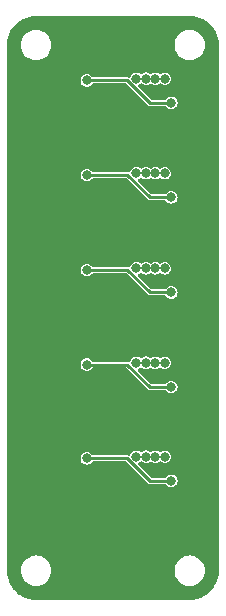
<source format=gbr>
%TF.GenerationSoftware,KiCad,Pcbnew,7.0.7*%
%TF.CreationDate,2024-05-08T01:14:44-04:00*%
%TF.ProjectId,PSU-Plus,5053552d-506c-4757-932e-6b696361645f,rev?*%
%TF.SameCoordinates,Original*%
%TF.FileFunction,Copper,L2,Bot*%
%TF.FilePolarity,Positive*%
%FSLAX46Y46*%
G04 Gerber Fmt 4.6, Leading zero omitted, Abs format (unit mm)*
G04 Created by KiCad (PCBNEW 7.0.7) date 2024-05-08 01:14:44*
%MOMM*%
%LPD*%
G01*
G04 APERTURE LIST*
%TA.AperFunction,ViaPad*%
%ADD10C,0.800000*%
%TD*%
%TA.AperFunction,Conductor*%
%ADD11C,0.250000*%
%TD*%
G04 APERTURE END LIST*
D10*
%TO.N,Net-(C1-Pad1)*%
X171750000Y-137950000D03*
X178900000Y-139850000D03*
%TO.N,GND*%
X167050000Y-106700000D03*
X171550000Y-117450000D03*
X177550000Y-141650000D03*
X169150000Y-109450000D03*
X167050000Y-131700000D03*
X172350000Y-109450000D03*
X177550000Y-109650000D03*
X166050000Y-131700000D03*
X175950000Y-108850000D03*
X167050000Y-130700000D03*
X169150000Y-125500000D03*
X169150000Y-117450000D03*
X167050000Y-114650000D03*
X177550000Y-124900000D03*
X166050000Y-115650000D03*
X172850000Y-126150000D03*
X178350000Y-125700000D03*
X176750000Y-108850000D03*
X170800000Y-141400000D03*
X177550000Y-133700000D03*
X170000000Y-141400000D03*
X178350000Y-116850000D03*
X167050000Y-123700000D03*
X176750000Y-116850000D03*
X169150000Y-133500000D03*
X166050000Y-123700000D03*
X171200000Y-147850000D03*
X171550000Y-109450000D03*
X172900000Y-142050000D03*
X167050000Y-138700000D03*
X176750000Y-140850000D03*
X178350000Y-133700000D03*
X175950000Y-124900000D03*
X166050000Y-138700000D03*
X177550000Y-132900000D03*
X172200000Y-147850000D03*
X175950000Y-132900000D03*
X169950000Y-117450000D03*
X171550000Y-125500000D03*
X169200000Y-141400000D03*
X172350000Y-117450000D03*
X171550000Y-133500000D03*
X167050000Y-107700000D03*
X171600000Y-141400000D03*
X175950000Y-140850000D03*
X172350000Y-133500000D03*
X169950000Y-125500000D03*
X166050000Y-106700000D03*
X178350000Y-109650000D03*
X177550000Y-117650000D03*
X167050000Y-139700000D03*
X178350000Y-140850000D03*
X166050000Y-130700000D03*
X172850000Y-110100000D03*
X167050000Y-115650000D03*
X177550000Y-140850000D03*
X170750000Y-109450000D03*
X166050000Y-114650000D03*
X171200000Y-148850000D03*
X172850000Y-118100000D03*
X170750000Y-133500000D03*
X178350000Y-117650000D03*
X177550000Y-108850000D03*
X166050000Y-139700000D03*
X177550000Y-125700000D03*
X178350000Y-124900000D03*
X170750000Y-117450000D03*
X178350000Y-108850000D03*
X166050000Y-107700000D03*
X176750000Y-124900000D03*
X177550000Y-116850000D03*
X169950000Y-133500000D03*
X172350000Y-125500000D03*
X175950000Y-116850000D03*
X167050000Y-122700000D03*
X178350000Y-132900000D03*
X166050000Y-122700000D03*
X176750000Y-132900000D03*
X170750000Y-125500000D03*
X178350000Y-141650000D03*
X172850000Y-134150000D03*
X169950000Y-109450000D03*
X172400000Y-141400000D03*
X172200000Y-148850000D03*
%TO.N,VIN*%
X177550000Y-129850000D03*
X176750000Y-129850000D03*
X177550000Y-113800000D03*
X175950000Y-137800000D03*
X176750000Y-113800000D03*
X177550000Y-137800000D03*
X175950000Y-113800000D03*
X178350000Y-113800000D03*
X175950000Y-129850000D03*
X178350000Y-129850000D03*
X178350000Y-137800000D03*
X176750000Y-137800000D03*
%TO.N,Net-(C5-Pad1)*%
X178900000Y-131900000D03*
X171750000Y-130000000D03*
%TO.N,Net-(C9-Pad1)*%
X178900000Y-123900000D03*
X171750000Y-122000000D03*
%TO.N,Net-(C13-Pad1)*%
X178900000Y-115850000D03*
X171750000Y-113950000D03*
%TO.N,Net-(C17-Pad1)*%
X171750000Y-105950000D03*
X178900000Y-107850000D03*
%TO.N,Net-(C10-Pad2)*%
X178350000Y-121850000D03*
X175950000Y-121850000D03*
X177550000Y-121850000D03*
X176750000Y-121850000D03*
%TO.N,Net-(C18-Pad2)*%
X175950000Y-105800000D03*
X178350000Y-105800000D03*
X177550000Y-105800000D03*
X176750000Y-105800000D03*
%TD*%
D11*
%TO.N,Net-(C1-Pad1)*%
X177077932Y-139850000D02*
X178900000Y-139850000D01*
X171750000Y-137950000D02*
X175177932Y-137950000D01*
X175177932Y-137950000D02*
X177077932Y-139850000D01*
%TO.N,Net-(C5-Pad1)*%
X175177932Y-130000000D02*
X177077932Y-131900000D01*
X171750000Y-130000000D02*
X175177932Y-130000000D01*
X177077932Y-131900000D02*
X178900000Y-131900000D01*
%TO.N,Net-(C9-Pad1)*%
X171750000Y-122000000D02*
X175177932Y-122000000D01*
X177077932Y-123900000D02*
X178900000Y-123900000D01*
X175177932Y-122000000D02*
X177077932Y-123900000D01*
%TO.N,Net-(C13-Pad1)*%
X175177932Y-113950000D02*
X177077932Y-115850000D01*
X171750000Y-113950000D02*
X175177932Y-113950000D01*
X177077932Y-115850000D02*
X178900000Y-115850000D01*
%TO.N,Net-(C17-Pad1)*%
X175177932Y-105950000D02*
X177077932Y-107850000D01*
X177077932Y-107850000D02*
X178900000Y-107850000D01*
X171750000Y-105950000D02*
X175177932Y-105950000D01*
%TD*%
%TA.AperFunction,Conductor*%
%TO.N,GND*%
G36*
X180451900Y-100475614D02*
G01*
X180744470Y-100493312D01*
X180752012Y-100494228D01*
X181038449Y-100546719D01*
X181045822Y-100548536D01*
X181323837Y-100635169D01*
X181330941Y-100637864D01*
X181596479Y-100757373D01*
X181603216Y-100760910D01*
X181852411Y-100911552D01*
X181858671Y-100915872D01*
X182087423Y-101095088D01*
X182087899Y-101095461D01*
X182093589Y-101100502D01*
X182299496Y-101306409D01*
X182304538Y-101312100D01*
X182483900Y-101541039D01*
X182484121Y-101541320D01*
X182488447Y-101547588D01*
X182639089Y-101796783D01*
X182642628Y-101803525D01*
X182717181Y-101969175D01*
X182762131Y-102069048D01*
X182764831Y-102076167D01*
X182851461Y-102354172D01*
X182853284Y-102361566D01*
X182905770Y-102647980D01*
X182906688Y-102655539D01*
X182924385Y-102948096D01*
X182924500Y-102951901D01*
X182924500Y-147448097D01*
X182924385Y-147451902D01*
X182906688Y-147744460D01*
X182905770Y-147752019D01*
X182853284Y-148038433D01*
X182851461Y-148045827D01*
X182764831Y-148323832D01*
X182762131Y-148330951D01*
X182642628Y-148596474D01*
X182639089Y-148603216D01*
X182488447Y-148852411D01*
X182484121Y-148858679D01*
X182304538Y-149087899D01*
X182299489Y-149093598D01*
X182093598Y-149299489D01*
X182087899Y-149304538D01*
X181858679Y-149484121D01*
X181852411Y-149488447D01*
X181603216Y-149639089D01*
X181596474Y-149642628D01*
X181330951Y-149762131D01*
X181323832Y-149764831D01*
X181045827Y-149851461D01*
X181038433Y-149853284D01*
X180752019Y-149905770D01*
X180744460Y-149906688D01*
X180489453Y-149922113D01*
X180451900Y-149924385D01*
X180448097Y-149924500D01*
X167451903Y-149924500D01*
X167448099Y-149924385D01*
X167403724Y-149921700D01*
X167155539Y-149906688D01*
X167147980Y-149905770D01*
X166965862Y-149872396D01*
X166861562Y-149853283D01*
X166854172Y-149851461D01*
X166576167Y-149764831D01*
X166569048Y-149762131D01*
X166303525Y-149642628D01*
X166296783Y-149639089D01*
X166047588Y-149488447D01*
X166041325Y-149484124D01*
X165812100Y-149304538D01*
X165806409Y-149299496D01*
X165600502Y-149093589D01*
X165595461Y-149087899D01*
X165534721Y-149010370D01*
X165415872Y-148858671D01*
X165411552Y-148852411D01*
X165260910Y-148603216D01*
X165257371Y-148596474D01*
X165240431Y-148558835D01*
X165137864Y-148330941D01*
X165135168Y-148323832D01*
X165119330Y-148273007D01*
X165048536Y-148045822D01*
X165046719Y-148038449D01*
X164994228Y-147752012D01*
X164993312Y-147744470D01*
X164975614Y-147451900D01*
X164975557Y-147450000D01*
X166169628Y-147450000D01*
X166189080Y-147672334D01*
X166220034Y-147787859D01*
X166246843Y-147887911D01*
X166246845Y-147887916D01*
X166317032Y-148038433D01*
X166341165Y-148090186D01*
X166469178Y-148273007D01*
X166626993Y-148430822D01*
X166809814Y-148558835D01*
X167012087Y-148653156D01*
X167227666Y-148710920D01*
X167450000Y-148730372D01*
X167672334Y-148710920D01*
X167887913Y-148653156D01*
X168090186Y-148558835D01*
X168273007Y-148430822D01*
X168430822Y-148273007D01*
X168558835Y-148090186D01*
X168653156Y-147887913D01*
X168710920Y-147672334D01*
X168730372Y-147450000D01*
X179169628Y-147450000D01*
X179189080Y-147672334D01*
X179220034Y-147787859D01*
X179246843Y-147887911D01*
X179246845Y-147887916D01*
X179317032Y-148038433D01*
X179341165Y-148090186D01*
X179469178Y-148273007D01*
X179626993Y-148430822D01*
X179809814Y-148558835D01*
X180012087Y-148653156D01*
X180227666Y-148710920D01*
X180450000Y-148730372D01*
X180672334Y-148710920D01*
X180887913Y-148653156D01*
X181090186Y-148558835D01*
X181273007Y-148430822D01*
X181430822Y-148273007D01*
X181558835Y-148090186D01*
X181653156Y-147887913D01*
X181710920Y-147672334D01*
X181730372Y-147450000D01*
X181710920Y-147227666D01*
X181653156Y-147012087D01*
X181558835Y-146809814D01*
X181430822Y-146626993D01*
X181273007Y-146469178D01*
X181090186Y-146341165D01*
X181090185Y-146341164D01*
X180887916Y-146246845D01*
X180887911Y-146246843D01*
X180787860Y-146220034D01*
X180672334Y-146189080D01*
X180450000Y-146169628D01*
X180449999Y-146169628D01*
X180338833Y-146179354D01*
X180227666Y-146189080D01*
X180169902Y-146204557D01*
X180012088Y-146246843D01*
X180012083Y-146246845D01*
X179809813Y-146341165D01*
X179626996Y-146469175D01*
X179626990Y-146469180D01*
X179469180Y-146626990D01*
X179469175Y-146626996D01*
X179341165Y-146809813D01*
X179246845Y-147012083D01*
X179246843Y-147012088D01*
X179204557Y-147169903D01*
X179189080Y-147227666D01*
X179169628Y-147450000D01*
X168730372Y-147450000D01*
X168710920Y-147227666D01*
X168653156Y-147012087D01*
X168558835Y-146809814D01*
X168430822Y-146626993D01*
X168273007Y-146469178D01*
X168090186Y-146341165D01*
X168090185Y-146341164D01*
X167887916Y-146246845D01*
X167887911Y-146246843D01*
X167787860Y-146220034D01*
X167672334Y-146189080D01*
X167450000Y-146169628D01*
X167227666Y-146189080D01*
X167169903Y-146204557D01*
X167012088Y-146246843D01*
X167012083Y-146246845D01*
X166809813Y-146341165D01*
X166626996Y-146469175D01*
X166626990Y-146469180D01*
X166469180Y-146626990D01*
X166469175Y-146626996D01*
X166341165Y-146809813D01*
X166246845Y-147012083D01*
X166246843Y-147012088D01*
X166204557Y-147169903D01*
X166189080Y-147227666D01*
X166169628Y-147450000D01*
X164975557Y-147450000D01*
X164975500Y-147448097D01*
X164975500Y-137950000D01*
X171217948Y-137950000D01*
X171236077Y-138087705D01*
X171289226Y-138216022D01*
X171289228Y-138216025D01*
X171289229Y-138216026D01*
X171373782Y-138326218D01*
X171483974Y-138410771D01*
X171483977Y-138410773D01*
X171555114Y-138440238D01*
X171612295Y-138463923D01*
X171750000Y-138482052D01*
X171887705Y-138463923D01*
X171983239Y-138424351D01*
X172016022Y-138410773D01*
X172016022Y-138410772D01*
X172016026Y-138410771D01*
X172126218Y-138326218D01*
X172183324Y-138251794D01*
X172240661Y-138209929D01*
X172283286Y-138202500D01*
X175021153Y-138202500D01*
X175089274Y-138222502D01*
X175110248Y-138239405D01*
X176873021Y-140002178D01*
X176888690Y-140021270D01*
X176895888Y-140032042D01*
X176895889Y-140032043D01*
X176979411Y-140087850D01*
X176994717Y-140090894D01*
X177077930Y-140107448D01*
X177077932Y-140107448D01*
X177077933Y-140107448D01*
X177090637Y-140104921D01*
X177115218Y-140102500D01*
X178366714Y-140102500D01*
X178434835Y-140122502D01*
X178466674Y-140151793D01*
X178523782Y-140226218D01*
X178633974Y-140310771D01*
X178633977Y-140310773D01*
X178706331Y-140340742D01*
X178762295Y-140363923D01*
X178900000Y-140382052D01*
X179037705Y-140363923D01*
X179133239Y-140324351D01*
X179166022Y-140310773D01*
X179166022Y-140310772D01*
X179166026Y-140310771D01*
X179276218Y-140226218D01*
X179360771Y-140116026D01*
X179413923Y-139987705D01*
X179432052Y-139850000D01*
X179413923Y-139712295D01*
X179366374Y-139597500D01*
X179360773Y-139583977D01*
X179360771Y-139583974D01*
X179276218Y-139473782D01*
X179166026Y-139389229D01*
X179166025Y-139389228D01*
X179166022Y-139389226D01*
X179037705Y-139336077D01*
X178900000Y-139317948D01*
X178762294Y-139336077D01*
X178633977Y-139389226D01*
X178523781Y-139473782D01*
X178523782Y-139473782D01*
X178466675Y-139548205D01*
X178409339Y-139590071D01*
X178366714Y-139597500D01*
X177234711Y-139597500D01*
X177166590Y-139577498D01*
X177145616Y-139560595D01*
X176087571Y-138502550D01*
X176053545Y-138440238D01*
X176058610Y-138369423D01*
X176101157Y-138312587D01*
X176128446Y-138297047D01*
X176174316Y-138278047D01*
X176216022Y-138260773D01*
X176216022Y-138260772D01*
X176216026Y-138260771D01*
X176273297Y-138216824D01*
X176339516Y-138191225D01*
X176409064Y-138205489D01*
X176426696Y-138216820D01*
X176472278Y-138251796D01*
X176483977Y-138260773D01*
X176556331Y-138290742D01*
X176612295Y-138313923D01*
X176750000Y-138332052D01*
X176887705Y-138313923D01*
X176983239Y-138274351D01*
X177016022Y-138260773D01*
X177016022Y-138260772D01*
X177016026Y-138260771D01*
X177073297Y-138216824D01*
X177139516Y-138191225D01*
X177209064Y-138205489D01*
X177226696Y-138216820D01*
X177272278Y-138251796D01*
X177283977Y-138260773D01*
X177356331Y-138290742D01*
X177412295Y-138313923D01*
X177550000Y-138332052D01*
X177687705Y-138313923D01*
X177783239Y-138274351D01*
X177816022Y-138260773D01*
X177816022Y-138260772D01*
X177816026Y-138260771D01*
X177873297Y-138216824D01*
X177939516Y-138191225D01*
X178009064Y-138205489D01*
X178026696Y-138216820D01*
X178072278Y-138251796D01*
X178083977Y-138260773D01*
X178156331Y-138290742D01*
X178212295Y-138313923D01*
X178350000Y-138332052D01*
X178487705Y-138313923D01*
X178583239Y-138274351D01*
X178616022Y-138260773D01*
X178616022Y-138260772D01*
X178616026Y-138260771D01*
X178726218Y-138176218D01*
X178810771Y-138066026D01*
X178863923Y-137937705D01*
X178882052Y-137800000D01*
X178863923Y-137662295D01*
X178827260Y-137573782D01*
X178810773Y-137533977D01*
X178810771Y-137533974D01*
X178726218Y-137423782D01*
X178616026Y-137339229D01*
X178616025Y-137339228D01*
X178616022Y-137339226D01*
X178487705Y-137286077D01*
X178350000Y-137267948D01*
X178212294Y-137286077D01*
X178083977Y-137339226D01*
X178026704Y-137383174D01*
X177960483Y-137408774D01*
X177890934Y-137394509D01*
X177873296Y-137383174D01*
X177816022Y-137339226D01*
X177687705Y-137286077D01*
X177550000Y-137267948D01*
X177412294Y-137286077D01*
X177283977Y-137339226D01*
X177226704Y-137383174D01*
X177160483Y-137408774D01*
X177090934Y-137394509D01*
X177073296Y-137383174D01*
X177016022Y-137339226D01*
X176887705Y-137286077D01*
X176750000Y-137267948D01*
X176612294Y-137286077D01*
X176483977Y-137339226D01*
X176426704Y-137383174D01*
X176360483Y-137408774D01*
X176290934Y-137394509D01*
X176273296Y-137383174D01*
X176216022Y-137339226D01*
X176087705Y-137286077D01*
X175950000Y-137267948D01*
X175812294Y-137286077D01*
X175683977Y-137339226D01*
X175573782Y-137423782D01*
X175489227Y-137533976D01*
X175443292Y-137644875D01*
X175398744Y-137700156D01*
X175331380Y-137722577D01*
X175278671Y-137713068D01*
X175276455Y-137712150D01*
X175261145Y-137709104D01*
X175194484Y-137695844D01*
X175177932Y-137692552D01*
X175177931Y-137692552D01*
X175165228Y-137695079D01*
X175140646Y-137697500D01*
X172283286Y-137697500D01*
X172215165Y-137677498D01*
X172183325Y-137648206D01*
X172126218Y-137573782D01*
X172016026Y-137489229D01*
X172016025Y-137489228D01*
X172016022Y-137489226D01*
X171887705Y-137436077D01*
X171750000Y-137417948D01*
X171612294Y-137436077D01*
X171483977Y-137489226D01*
X171373782Y-137573782D01*
X171289226Y-137683977D01*
X171236077Y-137812294D01*
X171217948Y-137949999D01*
X171217948Y-137950000D01*
X164975500Y-137950000D01*
X164975500Y-130000000D01*
X171217948Y-130000000D01*
X171236077Y-130137705D01*
X171289226Y-130266022D01*
X171289228Y-130266025D01*
X171289229Y-130266026D01*
X171373782Y-130376218D01*
X171483974Y-130460771D01*
X171483977Y-130460773D01*
X171555114Y-130490238D01*
X171612295Y-130513923D01*
X171750000Y-130532052D01*
X171887705Y-130513923D01*
X171983239Y-130474351D01*
X172016022Y-130460773D01*
X172016022Y-130460772D01*
X172016026Y-130460771D01*
X172126218Y-130376218D01*
X172183324Y-130301794D01*
X172240661Y-130259929D01*
X172283286Y-130252500D01*
X175021153Y-130252500D01*
X175089274Y-130272502D01*
X175110248Y-130289405D01*
X176873021Y-132052178D01*
X176888690Y-132071270D01*
X176895888Y-132082042D01*
X176895889Y-132082043D01*
X176979411Y-132137850D01*
X176994717Y-132140894D01*
X177077930Y-132157448D01*
X177077932Y-132157448D01*
X177077933Y-132157448D01*
X177090637Y-132154921D01*
X177115218Y-132152500D01*
X178366714Y-132152500D01*
X178434835Y-132172502D01*
X178466674Y-132201793D01*
X178523782Y-132276218D01*
X178633974Y-132360771D01*
X178633977Y-132360773D01*
X178706331Y-132390742D01*
X178762295Y-132413923D01*
X178881870Y-132429665D01*
X178899999Y-132432052D01*
X178899999Y-132432051D01*
X178900000Y-132432052D01*
X179037705Y-132413923D01*
X179133239Y-132374351D01*
X179166022Y-132360773D01*
X179166022Y-132360772D01*
X179166026Y-132360771D01*
X179276218Y-132276218D01*
X179360771Y-132166026D01*
X179413923Y-132037705D01*
X179432052Y-131900000D01*
X179413923Y-131762295D01*
X179366374Y-131647500D01*
X179360773Y-131633977D01*
X179360771Y-131633974D01*
X179276218Y-131523782D01*
X179166026Y-131439229D01*
X179166025Y-131439228D01*
X179166022Y-131439226D01*
X179037705Y-131386077D01*
X178900000Y-131367948D01*
X178762294Y-131386077D01*
X178633977Y-131439226D01*
X178523782Y-131523781D01*
X178523782Y-131523782D01*
X178466675Y-131598205D01*
X178409339Y-131640071D01*
X178366714Y-131647500D01*
X177234711Y-131647500D01*
X177166590Y-131627498D01*
X177145616Y-131610595D01*
X176087571Y-130552550D01*
X176053545Y-130490238D01*
X176058610Y-130419423D01*
X176101157Y-130362587D01*
X176128446Y-130347047D01*
X176174316Y-130328047D01*
X176216022Y-130310773D01*
X176216022Y-130310772D01*
X176216026Y-130310771D01*
X176273297Y-130266824D01*
X176339516Y-130241225D01*
X176409064Y-130255489D01*
X176426696Y-130266820D01*
X176472278Y-130301796D01*
X176483977Y-130310773D01*
X176556331Y-130340742D01*
X176612295Y-130363923D01*
X176750000Y-130382052D01*
X176887705Y-130363923D01*
X176983239Y-130324351D01*
X177016022Y-130310773D01*
X177016022Y-130310772D01*
X177016026Y-130310771D01*
X177073297Y-130266824D01*
X177139516Y-130241225D01*
X177209064Y-130255489D01*
X177226696Y-130266820D01*
X177272278Y-130301796D01*
X177283977Y-130310773D01*
X177356331Y-130340742D01*
X177412295Y-130363923D01*
X177531869Y-130379665D01*
X177549999Y-130382052D01*
X177549999Y-130382051D01*
X177550000Y-130382052D01*
X177687705Y-130363923D01*
X177783239Y-130324351D01*
X177816022Y-130310773D01*
X177816022Y-130310772D01*
X177816026Y-130310771D01*
X177873297Y-130266824D01*
X177939516Y-130241225D01*
X178009064Y-130255489D01*
X178026696Y-130266820D01*
X178072278Y-130301796D01*
X178083977Y-130310773D01*
X178156331Y-130340742D01*
X178212295Y-130363923D01*
X178350000Y-130382052D01*
X178487705Y-130363923D01*
X178583239Y-130324351D01*
X178616022Y-130310773D01*
X178616022Y-130310772D01*
X178616026Y-130310771D01*
X178726218Y-130226218D01*
X178810771Y-130116026D01*
X178863923Y-129987705D01*
X178882052Y-129850000D01*
X178863923Y-129712295D01*
X178827260Y-129623782D01*
X178810773Y-129583977D01*
X178810771Y-129583974D01*
X178726218Y-129473782D01*
X178616026Y-129389229D01*
X178616025Y-129389228D01*
X178616022Y-129389226D01*
X178487705Y-129336077D01*
X178350000Y-129317948D01*
X178212294Y-129336077D01*
X178083977Y-129389226D01*
X178026704Y-129433174D01*
X177960483Y-129458774D01*
X177890934Y-129444509D01*
X177873296Y-129433174D01*
X177816022Y-129389226D01*
X177687705Y-129336077D01*
X177550000Y-129317948D01*
X177412294Y-129336077D01*
X177283977Y-129389226D01*
X177226704Y-129433174D01*
X177160483Y-129458774D01*
X177090934Y-129444509D01*
X177073296Y-129433174D01*
X177016022Y-129389226D01*
X176887705Y-129336077D01*
X176750000Y-129317948D01*
X176612294Y-129336077D01*
X176483977Y-129389226D01*
X176426704Y-129433174D01*
X176360483Y-129458774D01*
X176290934Y-129444509D01*
X176273296Y-129433174D01*
X176216022Y-129389226D01*
X176087705Y-129336077D01*
X175950000Y-129317948D01*
X175812294Y-129336077D01*
X175683977Y-129389226D01*
X175573782Y-129473782D01*
X175489227Y-129583976D01*
X175443292Y-129694875D01*
X175398744Y-129750156D01*
X175331380Y-129772577D01*
X175278671Y-129763068D01*
X175276455Y-129762150D01*
X175261145Y-129759104D01*
X175194484Y-129745844D01*
X175177932Y-129742552D01*
X175177931Y-129742552D01*
X175165228Y-129745079D01*
X175140646Y-129747500D01*
X172283286Y-129747500D01*
X172215165Y-129727498D01*
X172183325Y-129698206D01*
X172126218Y-129623782D01*
X172016026Y-129539229D01*
X172016025Y-129539228D01*
X172016022Y-129539226D01*
X171887705Y-129486077D01*
X171750000Y-129467948D01*
X171612294Y-129486077D01*
X171483977Y-129539226D01*
X171373782Y-129623782D01*
X171289226Y-129733977D01*
X171236077Y-129862294D01*
X171217948Y-129999999D01*
X171217948Y-130000000D01*
X164975500Y-130000000D01*
X164975500Y-122000000D01*
X171217948Y-122000000D01*
X171236077Y-122137705D01*
X171289226Y-122266022D01*
X171289228Y-122266025D01*
X171289229Y-122266026D01*
X171373782Y-122376218D01*
X171483974Y-122460771D01*
X171483977Y-122460773D01*
X171555114Y-122490238D01*
X171612295Y-122513923D01*
X171750000Y-122532052D01*
X171887705Y-122513923D01*
X171983239Y-122474351D01*
X172016022Y-122460773D01*
X172016022Y-122460772D01*
X172016026Y-122460771D01*
X172126218Y-122376218D01*
X172183324Y-122301794D01*
X172240661Y-122259929D01*
X172283286Y-122252500D01*
X175021153Y-122252500D01*
X175089274Y-122272502D01*
X175110248Y-122289405D01*
X176873021Y-124052178D01*
X176888690Y-124071270D01*
X176895888Y-124082042D01*
X176895889Y-124082043D01*
X176979411Y-124137850D01*
X176994717Y-124140894D01*
X177077930Y-124157448D01*
X177077932Y-124157448D01*
X177077933Y-124157448D01*
X177090637Y-124154921D01*
X177115218Y-124152500D01*
X178366714Y-124152500D01*
X178434835Y-124172502D01*
X178466674Y-124201793D01*
X178523782Y-124276218D01*
X178633974Y-124360771D01*
X178633977Y-124360773D01*
X178706331Y-124390742D01*
X178762295Y-124413923D01*
X178881870Y-124429665D01*
X178899999Y-124432052D01*
X178899999Y-124432051D01*
X178900000Y-124432052D01*
X179037705Y-124413923D01*
X179133239Y-124374351D01*
X179166022Y-124360773D01*
X179166022Y-124360772D01*
X179166026Y-124360771D01*
X179276218Y-124276218D01*
X179360771Y-124166026D01*
X179413923Y-124037705D01*
X179432052Y-123900000D01*
X179413923Y-123762295D01*
X179366374Y-123647500D01*
X179360773Y-123633977D01*
X179360771Y-123633974D01*
X179276218Y-123523782D01*
X179166026Y-123439229D01*
X179166025Y-123439228D01*
X179166022Y-123439226D01*
X179037705Y-123386077D01*
X178900000Y-123367948D01*
X178762294Y-123386077D01*
X178633977Y-123439226D01*
X178523782Y-123523781D01*
X178523782Y-123523782D01*
X178466675Y-123598205D01*
X178409339Y-123640071D01*
X178366714Y-123647500D01*
X177234711Y-123647500D01*
X177166590Y-123627498D01*
X177145616Y-123610595D01*
X176087571Y-122552550D01*
X176053545Y-122490238D01*
X176058610Y-122419423D01*
X176101157Y-122362587D01*
X176128446Y-122347047D01*
X176174316Y-122328047D01*
X176216022Y-122310773D01*
X176216022Y-122310772D01*
X176216026Y-122310771D01*
X176273297Y-122266824D01*
X176339516Y-122241225D01*
X176409064Y-122255489D01*
X176426696Y-122266820D01*
X176472278Y-122301796D01*
X176483977Y-122310773D01*
X176556331Y-122340742D01*
X176612295Y-122363923D01*
X176750000Y-122382052D01*
X176887705Y-122363923D01*
X176983239Y-122324351D01*
X177016022Y-122310773D01*
X177016022Y-122310772D01*
X177016026Y-122310771D01*
X177073297Y-122266824D01*
X177139516Y-122241225D01*
X177209064Y-122255489D01*
X177226696Y-122266820D01*
X177272278Y-122301796D01*
X177283977Y-122310773D01*
X177356331Y-122340742D01*
X177412295Y-122363923D01*
X177531869Y-122379665D01*
X177549999Y-122382052D01*
X177549999Y-122382051D01*
X177550000Y-122382052D01*
X177687705Y-122363923D01*
X177783239Y-122324351D01*
X177816022Y-122310773D01*
X177816022Y-122310772D01*
X177816026Y-122310771D01*
X177873297Y-122266824D01*
X177939516Y-122241225D01*
X178009064Y-122255489D01*
X178026696Y-122266820D01*
X178072278Y-122301796D01*
X178083977Y-122310773D01*
X178156331Y-122340742D01*
X178212295Y-122363923D01*
X178350000Y-122382052D01*
X178487705Y-122363923D01*
X178583239Y-122324351D01*
X178616022Y-122310773D01*
X178616022Y-122310772D01*
X178616026Y-122310771D01*
X178726218Y-122226218D01*
X178810771Y-122116026D01*
X178863923Y-121987705D01*
X178882052Y-121850000D01*
X178863923Y-121712295D01*
X178827260Y-121623782D01*
X178810773Y-121583977D01*
X178810771Y-121583974D01*
X178726218Y-121473782D01*
X178616026Y-121389229D01*
X178616025Y-121389228D01*
X178616022Y-121389226D01*
X178487705Y-121336077D01*
X178350000Y-121317948D01*
X178212294Y-121336077D01*
X178083977Y-121389226D01*
X178026704Y-121433174D01*
X177960483Y-121458774D01*
X177890934Y-121444509D01*
X177873296Y-121433174D01*
X177816022Y-121389226D01*
X177687705Y-121336077D01*
X177550000Y-121317948D01*
X177412294Y-121336077D01*
X177283977Y-121389226D01*
X177226704Y-121433174D01*
X177160483Y-121458774D01*
X177090934Y-121444509D01*
X177073296Y-121433174D01*
X177016022Y-121389226D01*
X176887705Y-121336077D01*
X176750000Y-121317948D01*
X176612294Y-121336077D01*
X176483977Y-121389226D01*
X176426704Y-121433174D01*
X176360483Y-121458774D01*
X176290934Y-121444509D01*
X176273296Y-121433174D01*
X176216022Y-121389226D01*
X176087705Y-121336077D01*
X175950000Y-121317948D01*
X175812294Y-121336077D01*
X175683977Y-121389226D01*
X175573782Y-121473782D01*
X175489227Y-121583976D01*
X175443292Y-121694875D01*
X175398744Y-121750156D01*
X175331380Y-121772577D01*
X175278671Y-121763068D01*
X175276455Y-121762150D01*
X175261145Y-121759104D01*
X175194484Y-121745844D01*
X175177932Y-121742552D01*
X175177931Y-121742552D01*
X175165228Y-121745079D01*
X175140646Y-121747500D01*
X172283286Y-121747500D01*
X172215165Y-121727498D01*
X172183325Y-121698206D01*
X172126218Y-121623782D01*
X172016026Y-121539229D01*
X172016025Y-121539228D01*
X172016022Y-121539226D01*
X171887705Y-121486077D01*
X171750000Y-121467948D01*
X171612294Y-121486077D01*
X171483977Y-121539226D01*
X171373782Y-121623782D01*
X171289226Y-121733977D01*
X171236077Y-121862294D01*
X171217948Y-121999999D01*
X171217948Y-122000000D01*
X164975500Y-122000000D01*
X164975500Y-113950000D01*
X171217948Y-113950000D01*
X171236077Y-114087705D01*
X171289226Y-114216022D01*
X171289228Y-114216025D01*
X171289229Y-114216026D01*
X171373782Y-114326218D01*
X171483974Y-114410771D01*
X171483977Y-114410773D01*
X171555114Y-114440238D01*
X171612295Y-114463923D01*
X171731870Y-114479665D01*
X171749999Y-114482052D01*
X171749999Y-114482051D01*
X171750000Y-114482052D01*
X171887705Y-114463923D01*
X171983239Y-114424351D01*
X172016022Y-114410773D01*
X172016022Y-114410772D01*
X172016026Y-114410771D01*
X172126218Y-114326218D01*
X172183324Y-114251794D01*
X172240661Y-114209929D01*
X172283286Y-114202500D01*
X175021153Y-114202500D01*
X175089274Y-114222502D01*
X175110248Y-114239405D01*
X176873021Y-116002178D01*
X176888690Y-116021270D01*
X176895888Y-116032042D01*
X176895889Y-116032043D01*
X176979411Y-116087850D01*
X176994717Y-116090894D01*
X177077930Y-116107448D01*
X177077932Y-116107448D01*
X177077933Y-116107448D01*
X177090637Y-116104921D01*
X177115218Y-116102500D01*
X178366714Y-116102500D01*
X178434835Y-116122502D01*
X178466674Y-116151793D01*
X178523782Y-116226218D01*
X178633974Y-116310771D01*
X178633977Y-116310773D01*
X178706331Y-116340742D01*
X178762295Y-116363923D01*
X178900000Y-116382052D01*
X179037705Y-116363923D01*
X179133239Y-116324351D01*
X179166022Y-116310773D01*
X179166022Y-116310772D01*
X179166026Y-116310771D01*
X179276218Y-116226218D01*
X179360771Y-116116026D01*
X179413923Y-115987705D01*
X179432052Y-115850000D01*
X179413923Y-115712295D01*
X179366374Y-115597500D01*
X179360773Y-115583977D01*
X179360771Y-115583974D01*
X179276218Y-115473782D01*
X179166026Y-115389229D01*
X179166025Y-115389228D01*
X179166022Y-115389226D01*
X179037705Y-115336077D01*
X178900000Y-115317948D01*
X178762294Y-115336077D01*
X178633977Y-115389226D01*
X178523781Y-115473782D01*
X178523782Y-115473782D01*
X178466675Y-115548205D01*
X178409339Y-115590071D01*
X178366714Y-115597500D01*
X177234711Y-115597500D01*
X177166590Y-115577498D01*
X177145616Y-115560595D01*
X176087571Y-114502550D01*
X176053545Y-114440238D01*
X176058610Y-114369423D01*
X176101157Y-114312587D01*
X176128446Y-114297047D01*
X176174316Y-114278047D01*
X176216022Y-114260773D01*
X176216022Y-114260772D01*
X176216026Y-114260771D01*
X176273297Y-114216824D01*
X176339516Y-114191225D01*
X176409064Y-114205489D01*
X176426696Y-114216820D01*
X176472278Y-114251796D01*
X176483977Y-114260773D01*
X176556331Y-114290742D01*
X176612295Y-114313923D01*
X176731869Y-114329665D01*
X176749999Y-114332052D01*
X176749999Y-114332051D01*
X176750000Y-114332052D01*
X176887705Y-114313923D01*
X176983239Y-114274351D01*
X177016022Y-114260773D01*
X177016022Y-114260772D01*
X177016026Y-114260771D01*
X177073297Y-114216824D01*
X177139516Y-114191225D01*
X177209064Y-114205489D01*
X177226696Y-114216820D01*
X177272278Y-114251796D01*
X177283977Y-114260773D01*
X177356331Y-114290742D01*
X177412295Y-114313923D01*
X177550000Y-114332052D01*
X177687705Y-114313923D01*
X177783239Y-114274351D01*
X177816022Y-114260773D01*
X177816022Y-114260772D01*
X177816026Y-114260771D01*
X177873297Y-114216824D01*
X177939516Y-114191225D01*
X178009064Y-114205489D01*
X178026696Y-114216820D01*
X178072278Y-114251796D01*
X178083977Y-114260773D01*
X178156331Y-114290742D01*
X178212295Y-114313923D01*
X178331869Y-114329665D01*
X178349999Y-114332052D01*
X178349999Y-114332051D01*
X178350000Y-114332052D01*
X178487705Y-114313923D01*
X178583239Y-114274351D01*
X178616022Y-114260773D01*
X178616022Y-114260772D01*
X178616026Y-114260771D01*
X178726218Y-114176218D01*
X178810771Y-114066026D01*
X178863923Y-113937705D01*
X178882052Y-113800000D01*
X178863923Y-113662295D01*
X178827260Y-113573782D01*
X178810773Y-113533977D01*
X178810771Y-113533974D01*
X178726218Y-113423782D01*
X178616026Y-113339229D01*
X178616025Y-113339228D01*
X178616022Y-113339226D01*
X178487705Y-113286077D01*
X178350000Y-113267948D01*
X178212294Y-113286077D01*
X178083977Y-113339226D01*
X178026704Y-113383174D01*
X177960483Y-113408774D01*
X177890934Y-113394509D01*
X177873296Y-113383174D01*
X177816022Y-113339226D01*
X177687705Y-113286077D01*
X177550000Y-113267948D01*
X177412294Y-113286077D01*
X177283977Y-113339226D01*
X177226704Y-113383174D01*
X177160483Y-113408774D01*
X177090934Y-113394509D01*
X177073296Y-113383174D01*
X177016022Y-113339226D01*
X176887705Y-113286077D01*
X176750000Y-113267948D01*
X176612294Y-113286077D01*
X176483977Y-113339226D01*
X176426704Y-113383174D01*
X176360483Y-113408774D01*
X176290934Y-113394509D01*
X176273296Y-113383174D01*
X176216022Y-113339226D01*
X176087705Y-113286077D01*
X175950000Y-113267948D01*
X175812294Y-113286077D01*
X175683977Y-113339226D01*
X175573782Y-113423782D01*
X175489227Y-113533976D01*
X175443292Y-113644875D01*
X175398744Y-113700156D01*
X175331380Y-113722577D01*
X175278671Y-113713068D01*
X175276455Y-113712150D01*
X175261145Y-113709104D01*
X175194483Y-113695844D01*
X175177932Y-113692552D01*
X175177931Y-113692552D01*
X175165228Y-113695079D01*
X175140646Y-113697500D01*
X172283286Y-113697500D01*
X172215165Y-113677498D01*
X172183325Y-113648206D01*
X172126218Y-113573782D01*
X172016026Y-113489229D01*
X172016025Y-113489228D01*
X172016022Y-113489226D01*
X171887705Y-113436077D01*
X171750000Y-113417948D01*
X171612294Y-113436077D01*
X171483977Y-113489226D01*
X171373782Y-113573782D01*
X171289226Y-113683977D01*
X171236077Y-113812294D01*
X171217948Y-113949999D01*
X171217948Y-113950000D01*
X164975500Y-113950000D01*
X164975500Y-105950000D01*
X171217948Y-105950000D01*
X171236077Y-106087705D01*
X171289226Y-106216022D01*
X171289228Y-106216025D01*
X171289229Y-106216026D01*
X171373782Y-106326218D01*
X171483974Y-106410771D01*
X171483977Y-106410773D01*
X171555114Y-106440238D01*
X171612295Y-106463923D01*
X171731870Y-106479665D01*
X171749999Y-106482052D01*
X171749999Y-106482051D01*
X171750000Y-106482052D01*
X171887705Y-106463923D01*
X171983239Y-106424351D01*
X172016022Y-106410773D01*
X172016022Y-106410772D01*
X172016026Y-106410771D01*
X172126218Y-106326218D01*
X172183324Y-106251794D01*
X172240661Y-106209929D01*
X172283286Y-106202500D01*
X175021153Y-106202500D01*
X175089274Y-106222502D01*
X175110248Y-106239405D01*
X176873021Y-108002178D01*
X176888690Y-108021270D01*
X176895888Y-108032042D01*
X176895889Y-108032043D01*
X176979411Y-108087850D01*
X176994717Y-108090894D01*
X177077930Y-108107448D01*
X177077932Y-108107448D01*
X177077933Y-108107448D01*
X177090637Y-108104921D01*
X177115218Y-108102500D01*
X178366714Y-108102500D01*
X178434835Y-108122502D01*
X178466674Y-108151793D01*
X178523782Y-108226218D01*
X178633974Y-108310771D01*
X178633977Y-108310773D01*
X178706331Y-108340742D01*
X178762295Y-108363923D01*
X178900000Y-108382052D01*
X179037705Y-108363923D01*
X179133239Y-108324351D01*
X179166022Y-108310773D01*
X179166022Y-108310772D01*
X179166026Y-108310771D01*
X179276218Y-108226218D01*
X179360771Y-108116026D01*
X179413923Y-107987705D01*
X179432052Y-107850000D01*
X179413923Y-107712295D01*
X179366374Y-107597500D01*
X179360773Y-107583977D01*
X179360771Y-107583974D01*
X179276218Y-107473782D01*
X179166026Y-107389229D01*
X179166025Y-107389228D01*
X179166022Y-107389226D01*
X179037705Y-107336077D01*
X178900000Y-107317948D01*
X178762294Y-107336077D01*
X178633977Y-107389226D01*
X178523781Y-107473782D01*
X178523782Y-107473782D01*
X178466675Y-107548205D01*
X178409339Y-107590071D01*
X178366714Y-107597500D01*
X177234711Y-107597500D01*
X177166590Y-107577498D01*
X177145616Y-107560595D01*
X176087571Y-106502550D01*
X176053545Y-106440238D01*
X176058610Y-106369423D01*
X176101157Y-106312587D01*
X176128446Y-106297047D01*
X176174316Y-106278047D01*
X176216022Y-106260773D01*
X176216022Y-106260772D01*
X176216026Y-106260771D01*
X176273297Y-106216824D01*
X176339516Y-106191225D01*
X176409064Y-106205489D01*
X176426696Y-106216820D01*
X176472278Y-106251796D01*
X176483977Y-106260773D01*
X176556331Y-106290742D01*
X176612295Y-106313923D01*
X176731869Y-106329665D01*
X176749999Y-106332052D01*
X176749999Y-106332051D01*
X176750000Y-106332052D01*
X176887705Y-106313923D01*
X176983239Y-106274351D01*
X177016022Y-106260773D01*
X177016022Y-106260772D01*
X177016026Y-106260771D01*
X177073297Y-106216824D01*
X177139516Y-106191225D01*
X177209064Y-106205489D01*
X177226696Y-106216820D01*
X177272278Y-106251796D01*
X177283977Y-106260773D01*
X177356331Y-106290742D01*
X177412295Y-106313923D01*
X177550000Y-106332052D01*
X177687705Y-106313923D01*
X177783239Y-106274351D01*
X177816022Y-106260773D01*
X177816022Y-106260772D01*
X177816026Y-106260771D01*
X177873297Y-106216824D01*
X177939516Y-106191225D01*
X178009064Y-106205489D01*
X178026696Y-106216820D01*
X178072278Y-106251796D01*
X178083977Y-106260773D01*
X178156331Y-106290742D01*
X178212295Y-106313923D01*
X178331869Y-106329665D01*
X178349999Y-106332052D01*
X178349999Y-106332051D01*
X178350000Y-106332052D01*
X178487705Y-106313923D01*
X178583239Y-106274351D01*
X178616022Y-106260773D01*
X178616022Y-106260772D01*
X178616026Y-106260771D01*
X178726218Y-106176218D01*
X178810771Y-106066026D01*
X178863923Y-105937705D01*
X178882052Y-105800000D01*
X178863923Y-105662295D01*
X178827260Y-105573782D01*
X178810773Y-105533977D01*
X178810771Y-105533974D01*
X178726218Y-105423782D01*
X178616026Y-105339229D01*
X178616025Y-105339228D01*
X178616022Y-105339226D01*
X178487705Y-105286077D01*
X178350000Y-105267948D01*
X178212294Y-105286077D01*
X178083977Y-105339226D01*
X178026704Y-105383174D01*
X177960483Y-105408774D01*
X177890934Y-105394509D01*
X177873296Y-105383174D01*
X177816022Y-105339226D01*
X177687705Y-105286077D01*
X177550000Y-105267948D01*
X177412294Y-105286077D01*
X177283977Y-105339226D01*
X177226704Y-105383174D01*
X177160483Y-105408774D01*
X177090934Y-105394509D01*
X177073296Y-105383174D01*
X177016022Y-105339226D01*
X176887705Y-105286077D01*
X176750000Y-105267948D01*
X176612294Y-105286077D01*
X176483977Y-105339226D01*
X176426704Y-105383174D01*
X176360483Y-105408774D01*
X176290934Y-105394509D01*
X176273296Y-105383174D01*
X176216022Y-105339226D01*
X176087705Y-105286077D01*
X175950000Y-105267948D01*
X175812294Y-105286077D01*
X175683977Y-105339226D01*
X175573782Y-105423782D01*
X175489227Y-105533976D01*
X175443292Y-105644875D01*
X175398744Y-105700156D01*
X175331380Y-105722577D01*
X175278671Y-105713068D01*
X175276455Y-105712150D01*
X175261145Y-105709104D01*
X175194483Y-105695844D01*
X175177932Y-105692552D01*
X175177931Y-105692552D01*
X175165228Y-105695079D01*
X175140646Y-105697500D01*
X172283286Y-105697500D01*
X172215165Y-105677498D01*
X172183325Y-105648206D01*
X172126218Y-105573782D01*
X172016026Y-105489229D01*
X172016025Y-105489228D01*
X172016022Y-105489226D01*
X171887705Y-105436077D01*
X171750000Y-105417948D01*
X171612294Y-105436077D01*
X171483977Y-105489226D01*
X171373782Y-105573782D01*
X171289226Y-105683977D01*
X171236077Y-105812294D01*
X171217948Y-105949999D01*
X171217948Y-105950000D01*
X164975500Y-105950000D01*
X164975500Y-102950000D01*
X166169628Y-102950000D01*
X166189080Y-103172334D01*
X166220034Y-103287860D01*
X166241723Y-103368804D01*
X166246844Y-103387913D01*
X166341165Y-103590186D01*
X166469178Y-103773007D01*
X166626993Y-103930822D01*
X166809814Y-104058835D01*
X167012087Y-104153156D01*
X167227666Y-104210920D01*
X167450000Y-104230372D01*
X167672334Y-104210920D01*
X167887913Y-104153156D01*
X168090186Y-104058835D01*
X168273007Y-103930822D01*
X168430822Y-103773007D01*
X168558835Y-103590186D01*
X168653156Y-103387913D01*
X168710920Y-103172334D01*
X168730372Y-102950000D01*
X179169628Y-102950000D01*
X179189080Y-103172334D01*
X179220034Y-103287860D01*
X179241723Y-103368804D01*
X179246844Y-103387913D01*
X179341165Y-103590186D01*
X179469178Y-103773007D01*
X179626993Y-103930822D01*
X179809814Y-104058835D01*
X180012087Y-104153156D01*
X180227666Y-104210920D01*
X180450000Y-104230372D01*
X180672334Y-104210920D01*
X180887913Y-104153156D01*
X181090186Y-104058835D01*
X181273007Y-103930822D01*
X181430822Y-103773007D01*
X181558835Y-103590186D01*
X181653156Y-103387913D01*
X181710920Y-103172334D01*
X181730372Y-102950000D01*
X181710920Y-102727666D01*
X181653156Y-102512087D01*
X181558835Y-102309814D01*
X181430822Y-102126993D01*
X181273007Y-101969178D01*
X181090186Y-101841165D01*
X181090186Y-101841164D01*
X180887916Y-101746845D01*
X180887911Y-101746843D01*
X180787859Y-101720034D01*
X180672334Y-101689080D01*
X180450000Y-101669628D01*
X180449999Y-101669628D01*
X180338833Y-101679354D01*
X180227666Y-101689080D01*
X180169902Y-101704557D01*
X180012088Y-101746843D01*
X180012083Y-101746845D01*
X179809813Y-101841165D01*
X179626996Y-101969175D01*
X179626990Y-101969180D01*
X179469180Y-102126990D01*
X179469175Y-102126996D01*
X179341165Y-102309813D01*
X179246845Y-102512083D01*
X179246843Y-102512088D01*
X179210448Y-102647920D01*
X179189080Y-102727666D01*
X179169628Y-102950000D01*
X168730372Y-102950000D01*
X168710920Y-102727666D01*
X168653156Y-102512087D01*
X168558835Y-102309814D01*
X168430822Y-102126993D01*
X168273007Y-101969178D01*
X168090186Y-101841165D01*
X168090186Y-101841164D01*
X167887916Y-101746845D01*
X167887911Y-101746843D01*
X167787860Y-101720034D01*
X167672334Y-101689080D01*
X167450000Y-101669628D01*
X167227666Y-101689080D01*
X167169902Y-101704557D01*
X167012088Y-101746843D01*
X167012083Y-101746845D01*
X166809813Y-101841165D01*
X166626996Y-101969175D01*
X166626990Y-101969180D01*
X166469180Y-102126990D01*
X166469175Y-102126996D01*
X166341165Y-102309813D01*
X166246845Y-102512083D01*
X166246843Y-102512088D01*
X166189080Y-102727667D01*
X166169795Y-102948096D01*
X166169628Y-102950000D01*
X164975500Y-102950000D01*
X164975500Y-102943648D01*
X164975615Y-102939843D01*
X164992817Y-102655467D01*
X164993732Y-102647929D01*
X165046235Y-102361427D01*
X165048051Y-102354061D01*
X165134703Y-102075985D01*
X165137396Y-102068886D01*
X165256938Y-101803273D01*
X165260465Y-101796554D01*
X165411153Y-101547286D01*
X165415457Y-101541051D01*
X165595096Y-101311759D01*
X165600121Y-101306087D01*
X165806087Y-101100121D01*
X165811759Y-101095096D01*
X166041051Y-100915457D01*
X166047286Y-100911153D01*
X166296554Y-100760465D01*
X166303273Y-100756938D01*
X166568886Y-100637396D01*
X166575985Y-100634703D01*
X166854061Y-100548051D01*
X166861427Y-100546235D01*
X167147929Y-100493732D01*
X167155467Y-100492817D01*
X167439845Y-100475614D01*
X167443649Y-100475500D01*
X167444928Y-100475500D01*
X180441715Y-100475500D01*
X180448097Y-100475500D01*
X180451900Y-100475614D01*
G37*
%TD.AperFunction*%
%TD*%
M02*

</source>
